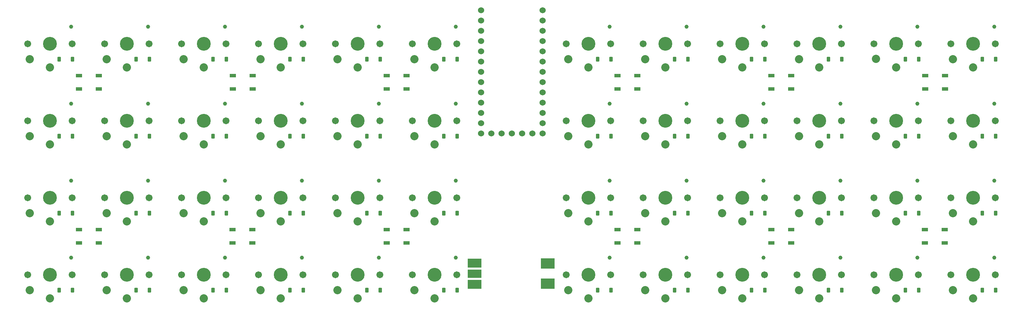
<source format=gbr>
%TF.GenerationSoftware,KiCad,Pcbnew,9.0.2*%
%TF.CreationDate,2025-10-16T10:54:40+03:00*%
%TF.ProjectId,eg48,65673438-2e6b-4696-9361-645f70636258,rev?*%
%TF.SameCoordinates,Original*%
%TF.FileFunction,Soldermask,Bot*%
%TF.FilePolarity,Negative*%
%FSLAX46Y46*%
G04 Gerber Fmt 4.6, Leading zero omitted, Abs format (unit mm)*
G04 Created by KiCad (PCBNEW 9.0.2) date 2025-10-16 10:54:40*
%MOMM*%
%LPD*%
G01*
G04 APERTURE LIST*
G04 Aperture macros list*
%AMRoundRect*
0 Rectangle with rounded corners*
0 $1 Rounding radius*
0 $2 $3 $4 $5 $6 $7 $8 $9 X,Y pos of 4 corners*
0 Add a 4 corners polygon primitive as box body*
4,1,4,$2,$3,$4,$5,$6,$7,$8,$9,$2,$3,0*
0 Add four circle primitives for the rounded corners*
1,1,$1+$1,$2,$3*
1,1,$1+$1,$4,$5*
1,1,$1+$1,$6,$7*
1,1,$1+$1,$8,$9*
0 Add four rect primitives between the rounded corners*
20,1,$1+$1,$2,$3,$4,$5,0*
20,1,$1+$1,$4,$5,$6,$7,0*
20,1,$1+$1,$6,$7,$8,$9,0*
20,1,$1+$1,$8,$9,$2,$3,0*%
G04 Aperture macros list end*
%ADD10C,1.701800*%
%ADD11C,3.429000*%
%ADD12C,0.990600*%
%ADD13C,2.032000*%
%ADD14C,1.524000*%
%ADD15R,3.450000X2.250000*%
%ADD16R,3.450000X2.000000*%
%ADD17R,3.450000X2.500000*%
%ADD18RoundRect,0.225000X0.225000X0.375000X-0.225000X0.375000X-0.225000X-0.375000X0.225000X-0.375000X0*%
%ADD19RoundRect,0.090000X-0.660000X-0.360000X0.660000X-0.360000X0.660000X0.360000X-0.660000X0.360000X0*%
%ADD20RoundRect,0.090000X0.660000X0.360000X-0.660000X0.360000X-0.660000X-0.360000X0.660000X-0.360000X0*%
G04 APERTURE END LIST*
D10*
%TO.C,SW34*%
X214130000Y-67320000D03*
D11*
X219630000Y-67320000D03*
D12*
X224850000Y-63120000D03*
D10*
X225130000Y-67320000D03*
D13*
X219630000Y-73220000D03*
X214630000Y-71120000D03*
%TD*%
D10*
%TO.C,SW2*%
X42680000Y-29220000D03*
D11*
X48180000Y-29220000D03*
D12*
X53400000Y-25020000D03*
D10*
X53680000Y-29220000D03*
D13*
X48180000Y-35120000D03*
X43180000Y-33020000D03*
%TD*%
D14*
%TO.C,U1*%
X135840000Y-23495000D03*
X135840000Y-26035000D03*
X135840000Y-33655000D03*
X135840000Y-36195000D03*
X151080000Y-31115000D03*
X135840000Y-38735000D03*
X135840000Y-41275000D03*
X151080000Y-23495000D03*
X135840000Y-43815000D03*
X135840000Y-46355000D03*
X135840000Y-48895000D03*
X135840000Y-51435000D03*
X135890000Y-20955000D03*
X151080000Y-20955000D03*
X138380000Y-51435000D03*
X140920000Y-51435000D03*
X143460000Y-51435000D03*
X146000000Y-51435000D03*
X148540000Y-51435000D03*
X151080000Y-46355000D03*
X151080000Y-51435000D03*
X151080000Y-43815000D03*
X151080000Y-48895000D03*
X151080000Y-41275000D03*
X151080000Y-38735000D03*
X151080000Y-36195000D03*
X151080000Y-33655000D03*
X135840000Y-28575000D03*
X135840000Y-31115000D03*
X151080000Y-26035000D03*
X151080000Y-28575000D03*
%TD*%
D10*
%TO.C,SW13*%
X23630000Y-48270000D03*
D11*
X29130000Y-48270000D03*
D12*
X34350000Y-44070000D03*
D10*
X34630000Y-48270000D03*
D13*
X29130000Y-54170000D03*
X24130000Y-52070000D03*
%TD*%
D10*
%TO.C,SW38*%
X42680000Y-86370000D03*
D11*
X48180000Y-86370000D03*
D12*
X53400000Y-82170000D03*
D10*
X53680000Y-86370000D03*
D13*
X48180000Y-92270000D03*
X43180000Y-90170000D03*
%TD*%
D10*
%TO.C,SW40*%
X80780000Y-86370000D03*
D11*
X86280000Y-86370000D03*
D12*
X91500000Y-82170000D03*
D10*
X91780000Y-86370000D03*
D13*
X86280000Y-92270000D03*
X81280000Y-90170000D03*
%TD*%
D10*
%TO.C,SW37*%
X23630000Y-86370000D03*
D11*
X29130000Y-86370000D03*
D12*
X34350000Y-82170000D03*
D10*
X34630000Y-86370000D03*
D13*
X29130000Y-92270000D03*
X24130000Y-90170000D03*
%TD*%
D10*
%TO.C,SW11*%
X233180000Y-29210000D03*
D11*
X238680000Y-29210000D03*
D12*
X243900000Y-25010000D03*
D10*
X244180000Y-29210000D03*
D13*
X238680000Y-35110000D03*
X233680000Y-33010000D03*
%TD*%
D10*
%TO.C,SW22*%
X214130000Y-48270000D03*
D11*
X219630000Y-48270000D03*
D12*
X224850000Y-44070000D03*
D10*
X225130000Y-48270000D03*
D13*
X219630000Y-54170000D03*
X214630000Y-52070000D03*
%TD*%
D10*
%TO.C,SW42*%
X118880000Y-86370000D03*
D11*
X124380000Y-86370000D03*
D12*
X129600000Y-82170000D03*
D10*
X129880000Y-86370000D03*
D13*
X124380000Y-92270000D03*
X119380000Y-90170000D03*
%TD*%
D10*
%TO.C,SW16*%
X80780000Y-48270000D03*
D11*
X86280000Y-48270000D03*
D12*
X91500000Y-44070000D03*
D10*
X91780000Y-48270000D03*
D13*
X86280000Y-54170000D03*
X81280000Y-52070000D03*
%TD*%
D10*
%TO.C,SW24*%
X252230000Y-48270000D03*
D11*
X257730000Y-48270000D03*
D12*
X262950000Y-44070000D03*
D10*
X263230000Y-48270000D03*
D13*
X257730000Y-54170000D03*
X252730000Y-52070000D03*
%TD*%
D10*
%TO.C,SW20*%
X176030000Y-48270000D03*
D11*
X181530000Y-48270000D03*
D12*
X186750000Y-44070000D03*
D10*
X187030000Y-48270000D03*
D13*
X181530000Y-54170000D03*
X176530000Y-52070000D03*
%TD*%
D10*
%TO.C,SW35*%
X233180000Y-67320000D03*
D11*
X238680000Y-67320000D03*
D12*
X243900000Y-63120000D03*
D10*
X244180000Y-67320000D03*
D13*
X238680000Y-73220000D03*
X233680000Y-71120000D03*
%TD*%
D10*
%TO.C,SW7*%
X156980000Y-29220000D03*
D11*
X162480000Y-29220000D03*
D12*
X167700000Y-25020000D03*
D10*
X167980000Y-29220000D03*
D13*
X162480000Y-35120000D03*
X157480000Y-33020000D03*
%TD*%
D10*
%TO.C,SW14*%
X42680000Y-48270000D03*
D11*
X48180000Y-48270000D03*
D12*
X53400000Y-44070000D03*
D10*
X53680000Y-48270000D03*
D13*
X48180000Y-54170000D03*
X43180000Y-52070000D03*
%TD*%
D10*
%TO.C,SW3*%
X61730000Y-29220000D03*
D11*
X67230000Y-29220000D03*
D12*
X72450000Y-25020000D03*
D10*
X72730000Y-29220000D03*
D13*
X67230000Y-35120000D03*
X62230000Y-33020000D03*
%TD*%
D10*
%TO.C,SW44*%
X176030000Y-86370000D03*
D11*
X181530000Y-86370000D03*
D12*
X186750000Y-82170000D03*
D10*
X187030000Y-86370000D03*
D13*
X181530000Y-92270000D03*
X176530000Y-90170000D03*
%TD*%
D10*
%TO.C,SW4*%
X80780000Y-29220000D03*
D11*
X86280000Y-29220000D03*
D12*
X91500000Y-25020000D03*
D10*
X91780000Y-29220000D03*
D13*
X86280000Y-35120000D03*
X81280000Y-33020000D03*
%TD*%
D10*
%TO.C,SW9*%
X195080000Y-29220000D03*
D11*
X200580000Y-29220000D03*
D12*
X205800000Y-25020000D03*
D10*
X206080000Y-29220000D03*
D13*
X200580000Y-35120000D03*
X195580000Y-33020000D03*
%TD*%
D10*
%TO.C,SW10*%
X214130000Y-29220000D03*
D11*
X219630000Y-29220000D03*
D12*
X224850000Y-25020000D03*
D10*
X225130000Y-29220000D03*
D13*
X219630000Y-35120000D03*
X214630000Y-33020000D03*
%TD*%
D10*
%TO.C,SW31*%
X156980000Y-67320000D03*
D11*
X162480000Y-67320000D03*
D12*
X167700000Y-63120000D03*
D10*
X167980000Y-67320000D03*
D13*
X162480000Y-73220000D03*
X157480000Y-71120000D03*
%TD*%
D10*
%TO.C,SW12*%
X252230000Y-29220000D03*
D11*
X257730000Y-29220000D03*
D12*
X262950000Y-25020000D03*
D10*
X263230000Y-29220000D03*
D13*
X257730000Y-35120000D03*
X252730000Y-33020000D03*
%TD*%
D10*
%TO.C,SW21*%
X195080000Y-48270000D03*
D11*
X200580000Y-48270000D03*
D12*
X205800000Y-44070000D03*
D10*
X206080000Y-48270000D03*
D13*
X200580000Y-54170000D03*
X195580000Y-52070000D03*
%TD*%
D10*
%TO.C,SW25*%
X23630000Y-67320000D03*
D11*
X29130000Y-67320000D03*
D12*
X34350000Y-63120000D03*
D10*
X34630000Y-67320000D03*
D13*
X29130000Y-73220000D03*
X24130000Y-71120000D03*
%TD*%
D10*
%TO.C,SW48*%
X252230000Y-86370000D03*
D11*
X257730000Y-86370000D03*
D12*
X262950000Y-82170000D03*
D10*
X263230000Y-86370000D03*
D13*
X257730000Y-92270000D03*
X252730000Y-90170000D03*
%TD*%
D10*
%TO.C,SW43*%
X156980000Y-86370000D03*
D11*
X162480000Y-86370000D03*
D12*
X167700000Y-82170000D03*
D10*
X167980000Y-86370000D03*
D13*
X162480000Y-92270000D03*
X157480000Y-90170000D03*
%TD*%
D10*
%TO.C,SW6*%
X118880000Y-29220000D03*
D11*
X124380000Y-29220000D03*
D12*
X129600000Y-25020000D03*
D10*
X129880000Y-29220000D03*
D13*
X124380000Y-35120000D03*
X119380000Y-33020000D03*
%TD*%
D10*
%TO.C,SW47*%
X233180000Y-86370000D03*
D11*
X238680000Y-86370000D03*
D12*
X243900000Y-82170000D03*
D10*
X244180000Y-86370000D03*
D13*
X238680000Y-92270000D03*
X233680000Y-90170000D03*
%TD*%
D10*
%TO.C,SW23*%
X233180000Y-48270000D03*
D11*
X238680000Y-48270000D03*
D12*
X243900000Y-44070000D03*
D10*
X244180000Y-48270000D03*
D13*
X238680000Y-54170000D03*
X233680000Y-52070000D03*
%TD*%
D10*
%TO.C,SW8*%
X176030000Y-29220000D03*
D11*
X181530000Y-29220000D03*
D12*
X186750000Y-25020000D03*
D10*
X187030000Y-29220000D03*
D13*
X181530000Y-35120000D03*
X176530000Y-33020000D03*
%TD*%
D10*
%TO.C,SW41*%
X99830000Y-86370000D03*
D11*
X105330000Y-86370000D03*
D12*
X110550000Y-82170000D03*
D10*
X110830000Y-86370000D03*
D13*
X105330000Y-92270000D03*
X100330000Y-90170000D03*
%TD*%
D10*
%TO.C,SW1*%
X23630000Y-29220000D03*
D11*
X29130000Y-29220000D03*
D12*
X34350000Y-25020000D03*
D10*
X34630000Y-29220000D03*
D13*
X29130000Y-35120000D03*
X24130000Y-33020000D03*
%TD*%
D10*
%TO.C,SW17*%
X99830000Y-48270000D03*
D11*
X105330000Y-48270000D03*
D12*
X110550000Y-44070000D03*
D10*
X110830000Y-48270000D03*
D13*
X105330000Y-54170000D03*
X100330000Y-52070000D03*
%TD*%
D10*
%TO.C,SW18*%
X118880000Y-48270000D03*
D11*
X124380000Y-48270000D03*
D12*
X129600000Y-44070000D03*
D10*
X129880000Y-48270000D03*
D13*
X124380000Y-54170000D03*
X119380000Y-52070000D03*
%TD*%
D10*
%TO.C,SW46*%
X214130000Y-86370000D03*
D11*
X219630000Y-86370000D03*
D12*
X224850000Y-82170000D03*
D10*
X225130000Y-86370000D03*
D13*
X219630000Y-92270000D03*
X214630000Y-90170000D03*
%TD*%
D10*
%TO.C,SW5*%
X99830000Y-29220000D03*
D11*
X105330000Y-29220000D03*
D12*
X110550000Y-25020000D03*
D10*
X110830000Y-29220000D03*
D13*
X105330000Y-35120000D03*
X100330000Y-33020000D03*
%TD*%
D10*
%TO.C,SW15*%
X61730000Y-48270000D03*
D11*
X67230000Y-48270000D03*
D12*
X72450000Y-44070000D03*
D10*
X72730000Y-48270000D03*
D13*
X67230000Y-54170000D03*
X62230000Y-52070000D03*
%TD*%
D10*
%TO.C,SW39*%
X61730000Y-86370000D03*
D11*
X67230000Y-86370000D03*
D12*
X72450000Y-82170000D03*
D10*
X72730000Y-86370000D03*
D13*
X67230000Y-92270000D03*
X62230000Y-90170000D03*
%TD*%
D10*
%TO.C,SW45*%
X195080000Y-86370000D03*
D11*
X200580000Y-86370000D03*
D12*
X205800000Y-82170000D03*
D10*
X206080000Y-86370000D03*
D13*
X200580000Y-92270000D03*
X195580000Y-90170000D03*
%TD*%
D15*
%TO.C,SW49*%
X134293500Y-83481000D03*
X134293500Y-88731000D03*
D16*
X134293500Y-86106000D03*
D17*
X152343500Y-88606000D03*
X152343500Y-83606000D03*
%TD*%
D10*
%TO.C,SW26*%
X42680000Y-67320000D03*
D11*
X48180000Y-67320000D03*
D12*
X53400000Y-63120000D03*
D10*
X53680000Y-67320000D03*
D13*
X48180000Y-73220000D03*
X43180000Y-71120000D03*
%TD*%
D10*
%TO.C,SW30*%
X118880000Y-67320000D03*
D11*
X124380000Y-67320000D03*
D12*
X129600000Y-63120000D03*
D10*
X129880000Y-67320000D03*
D13*
X124380000Y-73220000D03*
X119380000Y-71120000D03*
%TD*%
D10*
%TO.C,SW19*%
X156980000Y-48270000D03*
D11*
X162480000Y-48270000D03*
D12*
X167700000Y-44070000D03*
D10*
X167980000Y-48270000D03*
D13*
X162480000Y-54170000D03*
X157480000Y-52070000D03*
%TD*%
D10*
%TO.C,SW32*%
X176030000Y-67320000D03*
D11*
X181530000Y-67320000D03*
D12*
X186750000Y-63120000D03*
D10*
X187030000Y-67320000D03*
D13*
X181530000Y-73220000D03*
X176530000Y-71120000D03*
%TD*%
D10*
%TO.C,SW36*%
X252230000Y-67320000D03*
D11*
X257730000Y-67320000D03*
D12*
X262950000Y-63120000D03*
D10*
X263230000Y-67320000D03*
D13*
X257730000Y-73220000D03*
X252730000Y-71120000D03*
%TD*%
D10*
%TO.C,SW27*%
X61730000Y-67320000D03*
D11*
X67230000Y-67320000D03*
D12*
X72450000Y-63120000D03*
D10*
X72730000Y-67320000D03*
D13*
X67230000Y-73220000D03*
X62230000Y-71120000D03*
%TD*%
D10*
%TO.C,SW28*%
X80780000Y-67320000D03*
D11*
X86280000Y-67320000D03*
D12*
X91500000Y-63120000D03*
D10*
X91780000Y-67320000D03*
D13*
X86280000Y-73220000D03*
X81280000Y-71120000D03*
%TD*%
D10*
%TO.C,SW33*%
X195080000Y-67320000D03*
D11*
X200580000Y-67320000D03*
D12*
X205800000Y-63120000D03*
D10*
X206080000Y-67320000D03*
D13*
X200580000Y-73220000D03*
X195580000Y-71120000D03*
%TD*%
D10*
%TO.C,SW29*%
X99830000Y-67320000D03*
D11*
X105330000Y-67320000D03*
D12*
X110550000Y-63120000D03*
D10*
X110830000Y-67320000D03*
D13*
X105330000Y-73220000D03*
X100330000Y-71120000D03*
%TD*%
D18*
%TO.C,D25*%
X34670000Y-71120000D03*
X31370000Y-71120000D03*
%TD*%
%TO.C,D15*%
X72770000Y-52070000D03*
X69470000Y-52070000D03*
%TD*%
%TO.C,D40*%
X91820000Y-90170000D03*
X88520000Y-90170000D03*
%TD*%
D19*
%TO.C,LED11*%
X207735000Y-40385000D03*
X207735000Y-37085000D03*
X212635000Y-37085000D03*
X212635000Y-40385000D03*
%TD*%
D18*
%TO.C,D2*%
X53720000Y-33020000D03*
X50420000Y-33020000D03*
%TD*%
%TO.C,D32*%
X187070000Y-71120000D03*
X183770000Y-71120000D03*
%TD*%
%TO.C,D11*%
X244220000Y-33020000D03*
X240920000Y-33020000D03*
%TD*%
%TO.C,D17*%
X110870000Y-52070000D03*
X107570000Y-52070000D03*
%TD*%
D19*
%TO.C,LED12*%
X169635000Y-40385000D03*
X169635000Y-37085000D03*
X174535000Y-37085000D03*
X174535000Y-40385000D03*
%TD*%
D18*
%TO.C,D4*%
X91820000Y-33020000D03*
X88520000Y-33020000D03*
%TD*%
D20*
%TO.C,LED7*%
X174535000Y-75185000D03*
X174535000Y-78485000D03*
X169635000Y-78485000D03*
X169635000Y-75185000D03*
%TD*%
D18*
%TO.C,D27*%
X72770000Y-71120000D03*
X69470000Y-71120000D03*
%TD*%
D19*
%TO.C,LED3*%
X36285000Y-40385000D03*
X36285000Y-37085000D03*
X41185000Y-37085000D03*
X41185000Y-40385000D03*
%TD*%
D18*
%TO.C,D10*%
X225170000Y-33020000D03*
X221870000Y-33020000D03*
%TD*%
%TO.C,D29*%
X110870000Y-71120000D03*
X107570000Y-71120000D03*
%TD*%
%TO.C,D28*%
X91820000Y-71120000D03*
X88520000Y-71120000D03*
%TD*%
%TO.C,D46*%
X225170000Y-90170000D03*
X221870000Y-90170000D03*
%TD*%
%TO.C,D8*%
X187070000Y-33020000D03*
X183770000Y-33020000D03*
%TD*%
%TO.C,D24*%
X263270000Y-52070000D03*
X259970000Y-52070000D03*
%TD*%
%TO.C,D16*%
X91820000Y-52070000D03*
X88520000Y-52070000D03*
%TD*%
%TO.C,D21*%
X206120000Y-52070000D03*
X202820000Y-52070000D03*
%TD*%
%TO.C,D42*%
X129920000Y-90170000D03*
X126620000Y-90170000D03*
%TD*%
%TO.C,D30*%
X129920000Y-71120000D03*
X126620000Y-71120000D03*
%TD*%
%TO.C,D38*%
X53720000Y-90170000D03*
X50420000Y-90170000D03*
%TD*%
%TO.C,D39*%
X72770000Y-90170000D03*
X69470000Y-90170000D03*
%TD*%
D20*
%TO.C,LED8*%
X212635000Y-75185000D03*
X212635000Y-78485000D03*
X207735000Y-78485000D03*
X207735000Y-75185000D03*
%TD*%
D18*
%TO.C,D12*%
X263270000Y-33020000D03*
X259970000Y-33020000D03*
%TD*%
%TO.C,D22*%
X225170000Y-52070000D03*
X221870000Y-52070000D03*
%TD*%
%TO.C,D5*%
X110870000Y-33020000D03*
X107570000Y-33020000D03*
%TD*%
%TO.C,D19*%
X168020000Y-52070000D03*
X164720000Y-52070000D03*
%TD*%
D19*
%TO.C,LED2*%
X74385000Y-40385000D03*
X74385000Y-37085000D03*
X79285000Y-37085000D03*
X79285000Y-40385000D03*
%TD*%
D18*
%TO.C,D18*%
X129920000Y-52070000D03*
X126620000Y-52070000D03*
%TD*%
%TO.C,D36*%
X263270000Y-71120000D03*
X259970000Y-71120000D03*
%TD*%
%TO.C,D9*%
X206120000Y-33020000D03*
X202820000Y-33020000D03*
%TD*%
D19*
%TO.C,LED10*%
X245835000Y-40385000D03*
X245835000Y-37085000D03*
X250735000Y-37085000D03*
X250735000Y-40385000D03*
%TD*%
D18*
%TO.C,D35*%
X244220000Y-71120000D03*
X240920000Y-71120000D03*
%TD*%
%TO.C,D23*%
X244220000Y-52070000D03*
X240920000Y-52070000D03*
%TD*%
%TO.C,D41*%
X110870000Y-90170000D03*
X107570000Y-90170000D03*
%TD*%
%TO.C,D3*%
X72770000Y-33020000D03*
X69470000Y-33020000D03*
%TD*%
D20*
%TO.C,LED9*%
X250645000Y-75185000D03*
X250645000Y-78485000D03*
X245745000Y-78485000D03*
X245745000Y-75185000D03*
%TD*%
D18*
%TO.C,D43*%
X168020000Y-90170000D03*
X164720000Y-90170000D03*
%TD*%
%TO.C,D47*%
X244220000Y-90170000D03*
X240920000Y-90170000D03*
%TD*%
%TO.C,D34*%
X225170000Y-71120000D03*
X221870000Y-71120000D03*
%TD*%
%TO.C,D44*%
X187070000Y-90170000D03*
X183770000Y-90170000D03*
%TD*%
D20*
%TO.C,LED5*%
X79195000Y-75185000D03*
X79195000Y-78485000D03*
X74295000Y-78485000D03*
X74295000Y-75185000D03*
%TD*%
D18*
%TO.C,D33*%
X206120000Y-71120000D03*
X202820000Y-71120000D03*
%TD*%
%TO.C,D31*%
X168020000Y-71120000D03*
X164720000Y-71120000D03*
%TD*%
%TO.C,D14*%
X53720000Y-52070000D03*
X50420000Y-52070000D03*
%TD*%
D19*
%TO.C,LED1*%
X112485000Y-40385000D03*
X112485000Y-37085000D03*
X117385000Y-37085000D03*
X117385000Y-40385000D03*
%TD*%
D18*
%TO.C,D37*%
X34670000Y-90170000D03*
X31370000Y-90170000D03*
%TD*%
D20*
%TO.C,LED6*%
X117385000Y-75185000D03*
X117385000Y-78485000D03*
X112485000Y-78485000D03*
X112485000Y-75185000D03*
%TD*%
D18*
%TO.C,D6*%
X129920000Y-33020000D03*
X126620000Y-33020000D03*
%TD*%
%TO.C,D26*%
X53720000Y-71120000D03*
X50420000Y-71120000D03*
%TD*%
%TO.C,D13*%
X34670000Y-52070000D03*
X31370000Y-52070000D03*
%TD*%
D20*
%TO.C,LED4*%
X41185000Y-75185000D03*
X41185000Y-78485000D03*
X36285000Y-78485000D03*
X36285000Y-75185000D03*
%TD*%
D18*
%TO.C,D48*%
X263270000Y-90170000D03*
X259970000Y-90170000D03*
%TD*%
%TO.C,D1*%
X34670000Y-33020000D03*
X31370000Y-33020000D03*
%TD*%
%TO.C,D45*%
X206120000Y-90170000D03*
X202820000Y-90170000D03*
%TD*%
%TO.C,D20*%
X187070000Y-52070000D03*
X183770000Y-52070000D03*
%TD*%
%TO.C,D7*%
X168020000Y-33020000D03*
X164720000Y-33020000D03*
%TD*%
M02*

</source>
